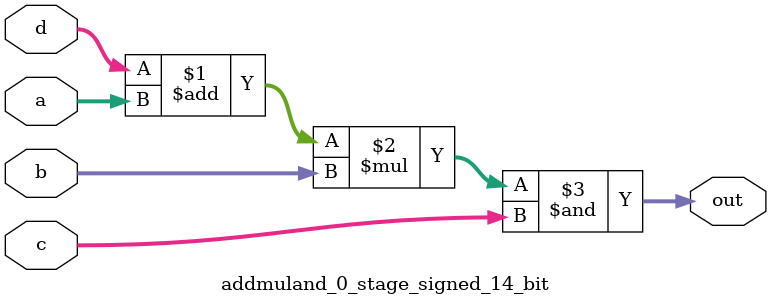
<source format=sv>
(* use_dsp = "yes" *) module addmuland_0_stage_signed_14_bit(
	input signed [13:0] a,
	input signed [13:0] b,
	input signed [13:0] c,
	input signed [13:0] d,
	output [13:0] out
	);

	assign out = ((d + a) * b) & c;
endmodule

</source>
